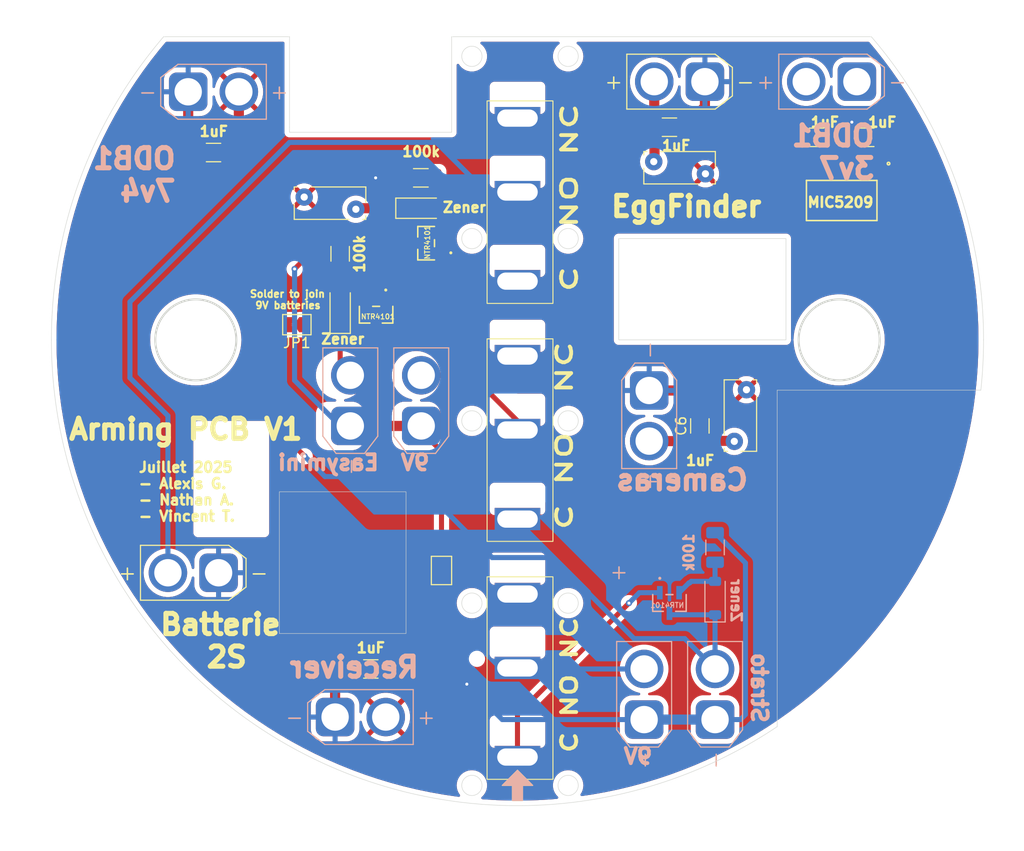
<source format=kicad_pcb>
(kicad_pcb (version 20240108) (generator "pcbnew") (generator_version "8.0")
  (layers (0 "F.Cu" signal) (31 "B.Cu" signal) (34 "B.Paste" user) (35 "F.Paste" user) (36 "B.SilkS" user "B.Silkscreen") (37 "F.SilkS" user "F.Silkscreen") (38 "B.Mask" user) (39 "F.Mask" user) (44 "Edge.Cuts" user))
  (net 0 "")
  (net 1 "Net-(J1-Pin_2)")
  (net 2 "Net-(Batt_7v1-Pin_2)")
  (net 3 "9V_GND")
  (net 4 "Net-(J5-Pin_2)")
  (net 5 "Net-(Batt_7v2-Pin_2)")
  (net 6 "Net-(Batt_7v2-Pin_1)")
  (net 7 "GND")
  (net 8 "Net-(Batt_7v4-Pin_2)")
  (net 9 "7v4")
  (net 10 "Net-(U2-OUT)")
  (net 11 "Net-(DZ1-K)")
  (net 12 "Net-(DZ1-A)")
  (net 13 "Net-(DZ2-A)")
  (net 14 "9V")
  (net 15 "Net-(DZ3-K)")
  (net 16 "Net-(DZ3-A)")
  (net 20 "Net-(Q1-D)")
  (net 22 "Net-(Q2-D)")
  (net 23 "Net-(Q3-D)")
  (footprint "Connector_AMASS:AMASS_XT30U-M_1x02_P5.0mm_Vertical" (layer "F.Cu") (at 168.5 74.5 180)
    (property "Reference" "J5" (hide yes))
    (property "Value" "Screw_Terminal_01x02" (hide yes))
    (fp_line (start 7.71 -2.71) (end 7.71 2.71) (stroke (width 0.12)) (layer "F.SilkS"))
    (fp_line (start -1.01 2.71) (end 7.71 2.71) (stroke (width 0.12)) (layer "F.SilkS"))
    (fp_line (start -1.01 -2.71) (end 7.71 -2.71) (stroke (width 0.12)) (layer "F.SilkS"))
    (fp_line (start -2.71 1.41) (end -1.01 2.71) (stroke (width 0.12)) (layer "F.SilkS"))
    (fp_line (start -2.71 -1.41) (end -1.01 -2.71) (stroke (width 0.12)) (layer "F.SilkS"))
    (fp_line (start -2.71 -1.41) (end -2.71 1.41) (stroke (width 0.12)) (layer "F.SilkS"))
    (fp_text user "+" (at 9 0 0) (layer "F.SilkS") (effects (font (size 1.5 1.5))))
    (fp_text user "-" (at -4 0 0) (layer "F.SilkS") (effects (font (size 1.5 1.5))))
    (pad "1" thru_hole roundrect (at 0 0 180) (size 3.8 3.8) (drill 2.7) (layers "*.Cu" "*.Mask") (roundrect_rratio 0.2) (net 7 "GND"))
    (pad "2" thru_hole circle (at 5 0 180) (size 3.8 3.8) (drill 2.7) (layers "*.Cu" "*.Mask") (net 4 "Net-(J5-Pin_2)"))
  )
  (footprint "Capacitor_SMD:C_1206_3216Metric" (layer "F.Cu") (at 135.525 132.5 180)
    (property "Reference" "C2" (hide yes))
    (property "Value" "1uF" (hide yes))
    (fp_line (start -0.711252 0.91) (end 0.711252 0.91) (stroke (width 0.12)) (layer "F.SilkS"))
    (fp_line (start -0.711252 -0.91) (end 0.711252 -0.91) (stroke (width 0.12)) (layer "F.SilkS"))
    (pad "1" smd roundrect (at -1.475 0 180) (size 1.15 1.8) (layers "F.Cu" "F.Paste" "F.Mask") (roundrect_rratio 0.217391) (net 9 "7v4"))
    (pad "2" smd roundrect (at 1.475 0 180) (size 1.15 1.8) (layers "F.Cu" "F.Paste" "F.Mask") (roundrect_rratio 0.217391) (net 7 "GND"))
  )
  (footprint "Capacitor_SMD:C_1206_3216Metric" (layer "F.Cu") (at 184.475 80 180)
    (property "Reference" "C4" (hide yes))
    (property "Value" "1uF" (hide yes))
    (fp_line (start -0.711252 0.91) (end 0.711252 0.91) (stroke (width 0.12)) (layer "F.SilkS"))
    (fp_line (start -0.711252 -0.91) (end 0.711252 -0.91) (stroke (width 0.12)) (layer "F.SilkS"))
    (pad "1" smd roundrect (at -1.475 0 180) (size 1.15 1.8) (layers "F.Cu" "F.Paste" "F.Mask") (roundrect_rratio 0.217391) (net 9 "7v4"))
    (pad "2" smd roundrect (at 1.475 0 180) (size 1.15 1.8) (layers "F.Cu" "F.Paste" "F.Mask") (roundrect_rratio 0.217391) (net 7 "GND"))
  )
  (footprint "Jumper:SolderJumper-2_P1.3mm_Open_TrianglePad1.0x1.5mm" (layer "F.Cu") (at 128.225 98.5 180)
    (property "Reference" "JP1" (at 0 -1.8 0) (layer "F.SilkS"))
    (property "Value" "SolderJumper_2_Open" (hide yes))
    (fp_line (start 1.4 1) (end -1.4 1) (stroke (width 0.12)) (layer "F.SilkS"))
    (fp_line (start 1.4 -1) (end 1.4 1) (stroke (width 0.12)) (layer "F.SilkS"))
    (fp_line (start -1.4 1) (end -1.4 -1) (stroke (width 0.12)) (layer "F.SilkS"))
    (fp_line (start -1.4 -1) (end 1.4 -1) (stroke (width 0.12)) (layer "F.SilkS"))
    (pad "1" smd custom (at -0.725 0 180) (size 0.3 0.3) (layers "F.Cu" "F.Mask") (net 15 "Net-(DZ3-K)") (options (clearance outline) (anchor rect)) (primitives (gr_poly (pts (xy 1 0) (xy 0.5 0.75) (xy -0.5 0.75) (xy -0.5 -0.75) (xy 0.5 -0.75)) (width 0) (fill yes))))
    (pad "2" smd custom (at 0.725 0 180) (size 0.3 0.3) (layers "F.Cu" "F.Mask") (net 14 "9V") (options (clearance outline) (anchor rect)) (primitives (gr_poly (pts (xy 0.5 0.75) (xy -0.65 0.75) (xy -0.15 0) (xy -0.65 -0.75) (xy 0.5 -0.75)) (width 0) (fill yes))))
  )
  (footprint "Library:Omrun_SS-01GL13" (layer "F.Cu") (at 150 132.4 90)
    (property "Reference" "SW5" (hide yes))
    (property "Value" "SW_DPDT_x2" (hide yes))
    (fp_rect (start -11 -3) (end 9 3.5) (stroke (width 0.1)) (fill none) (layer "F.SilkS"))
    (pad "1" thru_hole rect (at -8.8 0 90) (size 2.2 4.5) (drill oval 1.7 4) (layers "*.Cu" "*.Mask") (net 22 "Net-(Q2-D)"))
    (pad "2" thru_hole rect (at 0 0 90) (size 2.2 4.5) (drill oval 1.7 4) (layers "*.Cu" "*.Mask") (net 2 "Net-(Batt_7v1-Pin_2)"))
    (pad "3" thru_hole rect (at 7.3 0 90) (size 2.2 4.5) (drill oval 1.7 4) (layers "*.Cu" "*.Mask"))
  )
  (footprint "Diode_SMD:D_SOD-123" (layer "F.Cu") (at 132.5 97 90)
    (property "Reference" "DZ3" (hide yes))
    (property "Value" "SZMMSZ4679T1G" (hide yes))
    (fp_line (start -2.36 -1) (end 1.65 -1) (stroke (width 0.12)) (layer "F.SilkS"))
    (fp_line (start -2.36 -1) (end -2.36 1) (stroke (width 0.12)) (layer "F.SilkS"))
    (fp_line (start -2.36 1) (end 1.65 1) (stroke (width 0.12)) (layer "F.SilkS"))
    (pad "1" smd roundrect (at -1.65 0 90) (size 0.9 1.2) (layers "F.Cu" "F.Paste" "F.Mask") (net 15 "Net-(DZ3-K)"))
    (pad "2" smd roundrect (at 1.65 0 90) (size 0.9 1.2) (layers "F.Cu" "F.Paste" "F.Mask") (net 16 "Net-(DZ3-A)"))
  )
  (footprint "NTR4101PT1G:SOT-23-3_1P4X3P040_ONS" (layer "F.Cu") (at 136.0475 97.516 180)
    (property "Reference" "Q3" (hide yes))
    (property "Value" "NTR4101PT1G" (hide yes))
    (fp_line (start 1.651 0.8255) (end 1.651 -0.8255) (stroke (width 0.1524)) (layer "F.SilkS"))
    (fp_line (start 1.651 -0.8255) (end 0.61214 -0.8255) (stroke (width 0.1524)) (layer "F.SilkS"))
    (fp_line (start -0.34036 0.8255) (end 0.34036 0.8255) (stroke (width 0.1524)) (layer "F.SilkS"))
    (fp_line (start -0.61214 -0.8255) (end -1.651 -0.8255) (stroke (width 0.1524)) (layer "F.SilkS"))
    (fp_line (start -1.651 -0.8255) (end -1.651 0.8255) (stroke (width 0.1524)) (layer "F.SilkS"))
    (fp_circle (center -0.9525 2.4384) (end -0.8763 2.4384) (stroke (width 0.1524)) (fill none) (layer "F.SilkS"))
    (pad "1" smd rect (at -0.9525 1.016 180) (size 0.5588 1.3208) (layers "F.Cu" "F.Paste" "F.Mask") (net 23 "Net-(Q3-D)"))
    (pad "2" smd rect (at 0.9525 1.016 180) (size 0.5588 1.3208) (layers "F.Cu" "F.Paste" "F.Mask") (net 16 "Net-(DZ3-A)"))
    (pad "3" smd rect (at 0 -1.016 180) (size 0.5588 1.3208) (layers "F.Cu" "F.Paste" "F.Mask") (net 15 "Net-(DZ3-K)"))
  )
  (footprint "Fuse:Fuse_Bourns_MF-RHT070" (layer "F.Cu") (at 134.05 87.1 180)
    (property "Reference" "F1" (hide yes))
    (property "Value" "Fuse" (hide yes))
    (fp_line (start 6.08 1.865) (end 6.08 2.2) (stroke (width 0.12)) (layer "F.SilkS"))
    (fp_line (start 6.08 -1) (end 6.08 0.536) (stroke (width 0.12)) (layer "F.SilkS"))
    (fp_line (start 5.789 2.2) (end 6.08 2.2) (stroke (width 0.12)) (layer "F.SilkS"))
    (fp_line (start 0.689 -1) (end 6.08 -1) (stroke (width 0.12)) (layer "F.SilkS"))
    (fp_line (start -0.981 2.2) (end 4.412 2.2) (stroke (width 0.12)) (layer "F.SilkS"))
    (fp_line (start -0.981 0.665) (end -0.981 2.2) (stroke (width 0.12)) (layer "F.SilkS"))
    (fp_line (start -0.981 -1) (end -0.689 -1) (stroke (width 0.12)) (layer "F.SilkS"))
    (fp_line (start -0.981 -1) (end -0.981 -0.665) (stroke (width 0.12)) (layer "F.SilkS"))
    (pad "1" thru_hole circle (at 0 0 180) (size 1.71 1.71) (drill 0.71) (layers "*.Cu" "*.Mask") (net 11 "Net-(DZ1-K)"))
    (pad "2" thru_hole circle (at 5.1 1.2 180) (size 1.71 1.71) (drill 0.71) (layers "*.Cu" "*.Mask") (net 9 "7v4"))
  )
  (footprint "footprints:SOT-223_S_MCH" (layer "F.Cu") (at 182 86.2361 180)
    (property "Reference" "U2" (hide yes))
    (property "Value" "LDO_4v2-MIC5209-4.2YS-TR" (hide yes))
    (fp_line (start 3.4798 1.9812) (end 3.4798 -1.9812) (stroke (width 0.1524)) (layer "F.SilkS"))
    (fp_line (start 3.4798 -1.9812) (end -3.4798 -1.9812) (stroke (width 0.1524)) (layer "F.SilkS"))
    (fp_line (start -3.4798 1.9812) (end 3.4798 1.9812) (stroke (width 0.1524)) (layer "F.SilkS"))
    (fp_line (start -3.4798 -1.9812) (end -3.4798 1.9812) (stroke (width 0.1524)) (layer "F.SilkS"))
    (fp_circle (center -4.6228 3.6449) (end -4.4958 3.6449) (stroke (width 0.1524)) (fill none) (layer "F.SilkS"))
    (pad "1" smd rect (at -2.3 3.2639 180) (size 0.9144 1.4732) (layers "F.Cu" "F.Paste" "F.Mask") (net 9 "7v4"))
    (pad "2" smd rect (at 0 3.2639 180) (size 0.9144 1.4732) (layers "F.Cu" "F.Paste" "F.Mask") (net 7 "GND"))
    (pad "3" smd rect (at 2.3 3.2639 180) (size 0.9144 1.4732) (layers "F.Cu" "F.Paste" "F.Mask") (net 10 "Net-(U2-OUT)"))
    (pad "4" smd rect (at 0 -3.2639 180) (size 3.2004 1.4732) (layers "F.Cu" "F.Paste" "F.Mask"))
  )
  (footprint "Resistor_SMD:R_1206_3216Metric" (layer "F.Cu") (at 132.5 91.5 90)
    (property "Reference" "PWR_R3" (hide yes))
    (property "Value" "100k" (hide yes))
    (fp_line (start -0.727064 -0.91) (end 0.727064 -0.91) (stroke (width 0.12)) (layer "F.SilkS"))
    (fp_line (start -0.727064 0.91) (end 0.727064 0.91) (stroke (width 0.12)) (layer "F.SilkS"))
    (pad "1" smd roundrect (at -1.4625 0 90) (size 1.125 1.75) (layers "F.Cu" "F.Paste" "F.Mask") (roundrect_rratio 0.222222) (net 16 "Net-(DZ3-A)"))
    (pad "2" smd roundrect (at 1.4625 0 90) (size 1.125 1.75) (layers "F.Cu" "F.Paste" "F.Mask") (roundrect_rratio 0.222222) (net 6 "Net-(Batt_7v2-Pin_1)"))
  )
  (footprint "Connector_AMASS:AMASS_XT30U-M_1x02_P5.0mm_Vertical" (layer "F.Cu") (at 120.5 123 180)
    (property "Reference" "Batt_7v4" (hide yes))
    (property "Value" "Conn_01x02" (hide yes))
    (fp_line (start 7.71 -2.71) (end 7.71 2.71) (stroke (width 0.12)) (layer "F.SilkS"))
    (fp_line (start -1.01 2.71) (end 7.71 2.71) (stroke (width 0.12)) (layer "F.SilkS"))
    (fp_line (start -1.01 -2.71) (end 7.71 -2.71) (stroke (width 0.12)) (layer "F.SilkS"))
    (fp_line (start -2.71 1.41) (end -1.01 2.71) (stroke (width 0.12)) (layer "F.SilkS"))
    (fp_line (start -2.71 -1.41) (end -1.01 -2.71) (stroke (width 0.12)) (layer "F.SilkS"))
    (fp_line (start -2.71 -1.41) (end -2.71 1.41) (stroke (width 0.12)) (layer "F.SilkS"))
    (fp_text user "-" (at -4 0 0) (layer "F.SilkS") (effects (font (size 1.5 1.5))))
    (fp_text user "+" (at 9 0 0) (layer "F.SilkS") (effects (font (size 1.5 1.5))))
    (pad "1" thru_hole roundrect (at 0 0 180) (size 3.8 3.8) (drill 2.7) (layers "*.Cu" "*.Mask") (roundrect_rratio 0.2) (net 7 "GND"))
    (pad "2" thru_hole circle (at 5 0 180) (size 3.8 3.8) (drill 2.7) (layers "*.Cu" "*.Mask") (net 8 "Net-(Batt_7v4-Pin_2)"))
  )
  (footprint "Diode_SMD:D_SOD-123" (layer "F.Cu") (at 140.35 87)
    (property "Reference" "DZ1" (hide yes))
    (property "Value" "SZMMSZ4679T1G" (hide yes))
    (fp_line (start -2.36 -1) (end -2.36 1) (stroke (width 0.12)) (layer "F.SilkS"))
    (fp_line (start -2.36 -1) (end 1.65 -1) (stroke (width 0.12)) (layer "F.SilkS"))
    (fp_line (start -2.36 1) (end 1.65 1) (stroke (width 0.12)) (layer "F.SilkS"))
    (pad "1" smd roundrect (at -1.65 0) (size 0.9 1.2) (layers "F.Cu" "F.Paste" "F.Mask") (net 11 "Net-(DZ1-K)"))
    (pad "2" smd roundrect (at 1.65 0) (size 0.9 1.2) (layers "F.Cu" "F.Paste" "F.Mask") (net 12 "Net-(DZ1-A)"))
  )
  (footprint "Capacitor_SMD:C_1206_3216Metric" (layer "F.Cu") (at 168 108.5 90)
    (property "Reference" "C6" (at 0 -1.85 90) (layer "F.SilkS"))
    (property "Value" "1uF" (hide yes))
    (fp_line (start -0.711252 -0.91) (end 0.711252 -0.91) (stroke (width 0.12)) (layer "F.SilkS"))
    (fp_line (start -0.711252 0.91) (end 0.711252 0.91) (stroke (width 0.12)) (layer "F.SilkS"))
    (pad "1" smd roundrect (at -1.475 0 90) (size 1.15 1.8) (layers "F.Cu" "F.Paste" "F.Mask") (roundrect_rratio 0.217391) (net 1 "Net-(J1-Pin_2)"))
    (pad "2" smd roundrect (at 1.475 0 90) (size 1.15 1.8) (layers "F.Cu" "F.Paste" "F.Mask") (roundrect_rratio 0.217391) (net 7 "GND"))
  )
  (footprint "Library:Omrun_SS-01GL13" (layer "F.Cu") (at 150 108.9 90)
    (property "Reference" "SW6" (hide yes))
    (property "Value" "SW_DPDT_x2" (hide yes))
    (fp_rect (start -11 -3) (end 9 3.5) (stroke (width 0.1)) (fill none) (layer "F.SilkS"))
    (pad "1" thru_hole rect (at -8.8 0 90) (size 2.2 4.5) (drill oval 1.7 4) (layers "*.Cu" "*.Mask") (net 23 "Net-(Q3-D)"))
    (pad "2" thru_hole rect (at 0 0 90) (size 2.2 4.5) (drill oval 1.7 4) (layers "*.Cu" "*.Mask") (net 5 "Net-(Batt_7v2-Pin_2)"))
    (pad "3" thru_hole rect (at 7.3 0 90) (size 2.2 4.5) (drill oval 1.7 4) (layers "*.Cu" "*.Mask"))
  )
  (footprint "Fuse:Fuse_Bourns_MF-RHT070" (layer "F.Cu") (at 168.55 83.6 180)
    (property "Reference" "F3" (hide yes))
    (property "Value" "Fuse" (hide yes))
    (fp_line (start 6.08 1.865) (end 6.08 2.2) (stroke (width 0.12)) (layer "F.SilkS"))
    (fp_line (start 6.08 -1) (end 6.08 0.536) (stroke (width 0.12)) (layer "F.SilkS"))
    (fp_line (start 5.789 2.2) (end 6.08 2.2) (stroke (width 0.12)) (layer "F.SilkS"))
    (fp_line (start 0.689 -1) (end 6.08 -1) (stroke (width 0.12)) (layer "F.SilkS"))
    (fp_line (start -0.981 2.2) (end 4.412 2.2) (stroke (width 0.12)) (layer "F.SilkS"))
    (fp_line (start -0.981 0.665) (end -0.981 2.2) (stroke (width 0.12)) (layer "F.SilkS"))
    (fp_line (start -0.981 -1) (end -0.689 -1) (stroke (width 0.12)) (layer "F.SilkS"))
    (fp_line (start -0.981 -1) (end -0.981 -0.665) (stroke (width 0.12)) (layer "F.SilkS"))
    (pad "1" thru_hole circle (at 0 0 180) (size 1.71 1.71) (drill 0.71) (layers "*.Cu" "*.Mask") (net 9 "7v4"))
    (pad "2" thru_hole circle (at 5.1 1.2 180) (size 1.71 1.71) (drill 0.71) (layers "*.Cu" "*.Mask") (net 4 "Net-(J5-Pin_2)"))
  )
  (footprint "Capacitor_SMD:C_1206_3216Metric" (layer "F.Cu") (at 165 79)
    (property "Reference" "C1" (hide yes))
    (property "Value" "1uF" (hide yes))
    (fp_line (start -0.711252 -0.91) (end 0.711252 -0.91) (stroke (width 0.12)) (layer "F.SilkS"))
    (fp_line (start -0.711252 0.91) (end 0.711252 0.91) (stroke (width 0.12)) (layer "F.SilkS"))
    (pad "1" smd roundrect (at -1.475 0) (size 1.15 1.8) (layers "F.Cu" "F.Paste" "F.Mask") (roundrect_rratio 0.217391) (net 4 "Net-(J5-Pin_2)"))
    (pad "2" smd roundrect (at 1.475 0) (size 1.15 1.8) (layers "F.Cu" "F.Paste" "F.Mask") (roundrect_rratio 0.217391) (net 7 "GND"))
  )
  (footprint "Capacitor_SMD:C_1206_3216Metric" (layer "F.Cu") (at 120 81.5 180)
    (property "Reference" "C3" (hide yes))
    (property "Value" "1uF" (hide yes))
    (fp_line (start -0.711252 0.91) (end 0.711252 0.91) (stroke (width 0.12)) (layer "F.SilkS"))
    (fp_line (start -0.711252 -0.91) (end 0.711252 -0.91) (stroke (width 0.12)) (layer "F.SilkS"))
    (pad "1" smd roundrect (at -1.475 0 180) (size 1.15 1.8) (layers "F.Cu" "F.Paste" "F.Mask") (roundrect_rratio 0.217391) (net 9 "7v4"))
    (pad "2" smd roundrect (at 1.475 0 180) (size 1.15 1.8) (layers "F.Cu" "F.Paste" "F.Mask") (roundrect_rratio 0.217391) (net 7 "GND"))
  )
  (footprint "Fuse:Fuse_Bourns_MF-RHT070" (layer "F.Cu") (at 172.6 104.925 -90)
    (property "Reference" "F2" (hide yes))
    (property "Value" "Fuse" (hide yes))
    (fp_line (start -0.981 2.2) (end 4.412 2.2) (stroke (width 0.12)) (layer "F.SilkS"))
    (fp_line (start 5.789 2.2) (end 6.08 2.2) (stroke (width 0.12)) (layer "F.SilkS"))
    (fp_line (start 6.08 1.865) (end 6.08 2.2) (stroke (width 0.12)) (layer "F.SilkS"))
    (fp_line (start -0.981 0.665) (end -0.981 2.2) (stroke (width 0.12)) (layer "F.SilkS"))
    (fp_line (start -0.981 -1) (end -0.981 -0.665) (stroke (width 0.12)) (layer "F.SilkS"))
    (fp_line (start -0.981 -1) (end -0.689 -1) (stroke (width 0.12)) (layer "F.SilkS"))
    (fp_line (start 0.689 -1) (end 6.08 -1) (stroke (width 0.12)) (layer "F.SilkS"))
    (fp_line (start 6.08 -1) (end 6.08 0.536) (stroke (width 0.12)) (layer "F.SilkS"))
    (pad "1" thru_hole circle (at 0 0 270) (size 1.71 1.71) (drill 0.71) (layers "*.Cu" "*.Mask") (net 9 "7v4"))
    (pad "2" thru_hole circle (at 5.1 1.2 270) (size 1.71 1.71) (drill 0.71) (layers "*.Cu" "*.Mask") (net 1 "Net-(J1-Pin_2)"))
  )
  (footprint "Resistor_SMD:R_1206_3216Metric" (layer "F.Cu") (at 140.4625 84 180)
    (property "Reference" "PWR_R1" (hide yes))
    (property "Value" "100k" (hide yes))
    (fp_line (start -0.727064 0.91) (end 0.727064 0.91) (stroke (width 0.12)) (layer "F.SilkS"))
    (fp_line (start -0.727064 -0.91) (end 0.727064 -0.91) (stroke (width 0.12)) (layer "F.SilkS"))
    (pad "1" smd roundrect (at -1.4625 0 180) (size 1.125 1.75) (layers "F.Cu" "F.Paste" "F.Mask") (roundrect_rratio 0.222222) (net 12 "Net-(DZ1-A)"))
    (pad "2" smd roundrect (at 1.4625 0 180) (size 1.125 1.75) (layers "F.Cu" "F.Paste" "F.Mask") (roundrect_rratio 0.222222) (net 7 "GND"))
  )
  (footprint "Jumper:SolderJumper-2_P1.3mm_Open_TrianglePad1.0x1.5mm" (layer "F.Cu") (at 142.5 122.775 -90)
    (property "Reference" "JP2" (hide yes))
    (property "Value" "SolderJumper_2_Open" (hide yes))
    (fp_line (start -1.4 1) (end -1.4 -1) (stroke (width 0.12)) (layer "F.SilkS"))
    (fp_line (start 1.4 1) (end -1.4 1) (stroke (width 0.12)) (layer "F.SilkS"))
    (fp_line (start -1.4 -1) (end 1.4 -1) (stroke (width 0.12)) (layer "F.SilkS"))
    (fp_line (start 1.4 -1) (end 1.4 1) (stroke (width 0.12)) (layer "F.SilkS"))
    (pad "1" smd custom (at -0.725 0 270) (size 0.3 0.3) (layers "F.Cu" "F.Mask") (net 6 "Net-(Batt_7v2-Pin_1)") (options (clearance outline) (anchor rect)) (primitives (gr_poly (pts (xy 1 0) (xy 0.5 0.75) (xy -0.5 0.75) (xy -0.5 -0.75) (xy 0.5 -0.75)) (width 0) (fill yes))))
    (pad "2" smd custom (at 0.725 0 270) (size 0.3 0.3) (layers "F.Cu" "F.Mask") (net 3 "9V_GND") (options (clearance outline) (anchor rect)) (primitives (gr_poly (pts (xy 0.5 0.75) (xy -0.65 0.75) (xy -0.15 0) (xy -0.65 -0.75) (xy 0.5 -0.75)) (width 0) (fill yes))))
  )
  (footprint "Capacitor_SMD:C_1206_3216Metric" (layer "F.Cu") (at 179.525 80)
    (property "Reference" "C5" (hide yes))
    (property "Value" "1uF")
    (fp_line (start -0.711252 -0.91) (end 0.711252 -0.91) (stroke (width 0.12)) (layer "F.SilkS"))
    (fp_line (start -0.711252 0.91) (end 0.711252 0.91) (stroke (width 0.12)) (layer "F.SilkS"))
    (pad "1" smd roundrect (at -1.475 0) (size 1.15 1.8) (layers "F.Cu" "F.Paste" "F.Mask") (roundrect_rratio 0.217391) (net 10 "Net-(U2-OUT)"))
    (pad "2" smd roundrect (at 1.475 0) (size 1.15 1.8) (layers "F.Cu" "F.Paste" "F.Mask") (roundrect_rratio 0.217391) (net 7 "GND"))
  )
  (footprint "Library:Omrun_SS-01GL13" (layer "F.Cu") (at 150 85.4 90)
    (property "Reference" "SW4" (hide yes))
    (property "Value" "SW_DPDT_x2" (hide yes))
    (fp_rect (start -11 -3) (end 9 3.5) (stroke (width 0.1)) (fill none) (layer "F.SilkS"))
    (pad "1" thru_hole rect (at -8.8 0 90) (size 2.2 4.5) (drill oval 1.7 4) (layers "*.Cu" "*.Mask") (net 20 "Net-(Q1-D)"))
    (pad "2" thru_hole rect (at 0 0 90) (size 2.2 4.5) (drill oval 1.7 4) (layers "*.Cu" "*.Mask") (net 8 "Net-(Batt_7v4-Pin_2)"))
    (pad "3" thru_hole rect (at 7.3 0 90) (size 2.2 4.5) (drill oval 1.7 4) (layers "*.Cu" "*.Mask"))
  )
  (footprint "NTR4101PT1G:SOT-23-3_1P4X3P040_ONS" (layer "F.Cu") (at 140.984 90.4525 90)
    (property "Reference" "Q1" (hide yes))
    (property "Value" "NTR4101PT1G" (hide yes))
    (fp_line (start 1.651 -0.8255) (end 0.61214 -0.8255) (stroke (width 0.1524)) (layer "F.SilkS"))
    (fp_line (start -0.61214 -0.8255) (end -1.651 -0.8255) (stroke (width 0.1524)) (layer "F.SilkS"))
    (fp_line (start -1.651 -0.8255) (end -1.651 0.8255) (stroke (width 0.1524)) (layer "F.SilkS"))
    (fp_line (start 1.651 0.8255) (end 1.651 -0.8255) (stroke (width 0.1524)) (layer "F.SilkS"))
    (fp_line (start -0.34036 0.8255) (end 0.34036 0.8255) (stroke (width 0.1524)) (layer "F.SilkS"))
    (fp_circle (center -0.9525 2.4384) (end -0.8763 2.4384) (stroke (width 0.1524)) (fill none) (layer "F.SilkS"))
    (pad "1" smd rect (at -0.9525 1.016 90) (size 0.5588 1.3208) (layers "F.Cu" "F.Paste" "F.Mask") (net 20 "Net-(Q1-D)"))
    (pad "2" smd rect (at 0.9525 1.016 90) (size 0.5588 1.3208) (layers "F.Cu" "F.Paste" "F.Mask") (net 12 "Net-(DZ1-A)"))
    (pad "3" smd rect (at 0 -1.016 90) (size 0.5588 1.3208) (layers "F.Cu" "F.Paste" "F.Mask") (net 11 "Net-(DZ1-K)"))
  )
  (footprint "Resistor_SMD:R_1206_3216Metric" (layer "B.Cu") (at 169.5 120.5 90)
    (property "Reference" "PWR_R2" (hide yes))
    (property "Value" "100k" (hide yes))
    (fp_line (start 0.727064 -0.91) (end -0.727064 -0.91) (stroke (width 0.12)) (layer "B.SilkS"))
    (fp_line (start 0.727064 0.91) (end -0.727064 0.91) (stroke (width 0.12)) (layer "B.SilkS"))
    (pad "1" smd roundrect (at -1.4625 0 90) (size 1.125 1.75) (layers "B.Cu" "B.Paste" "B.Mask") (roundrect_rratio 0.222222) (net 13 "Net-(DZ2-A)"))
    (pad "2" smd roundrect (at 1.4625 0 90) (size 1.125 1.75) (layers "B.Cu" "B.Paste" "B.Mask") (roundrect_rratio 0.222222) (net 3 "9V_GND"))
  )
  (footprint "Connector_AMASS:AMASS_XT30U-M_1x02_P5.0mm_Vertical" (layer "B.Cu") (at 163 105 -90)
    (property "Reference" "J1" (hide yes))
    (property "Value" "Screw_Terminal_01x02" (hide yes))
    (fp_line (start -1.01 2.71) (end -2.71 1.41) (stroke (width 0.12)) (layer "B.SilkS"))
    (fp_line (start 7.71 2.71) (end -1.01 2.71) (stroke (width 0.12)) (layer "B.SilkS"))
    (fp_line (start -2.71 -1.41) (end -2.71 1.41) (stroke (width 0.12)) (layer "B.SilkS"))
    (fp_line (start -1.01 -2.71) (end -2.71 -1.41) (stroke (width 0.12)) (layer "B.SilkS"))
    (fp_line (start 7.71 -2.71) (end 7.71 2.71) (stroke (width 0.12)) (layer "B.SilkS"))
    (fp_line (start 7.71 -2.71) (end -1.01 -2.71) (stroke (width 0.12)) (layer "B.SilkS"))
    (fp_text user "-" (at -4 0 90) (layer "B.SilkS") (effects (font (size 1.5 1.5)) (justify mirror)))
    (fp_text user "+" (at 9 0 90) (layer "B.SilkS") (effects (font (size 1.5 1.5)) (justify mirror)))
    (pad "1" thru_hole roundrect (at 0 0 270) (size 3.8 3.8) (drill 2.7) (layers "*.Cu" "*.Mask") (roundrect_rratio 0.2) (net 7 "GND"))
    (pad "2" thru_hole circle (at 5 0 270) (size 3.8 3.8) (drill 2.7) (layers "*.Cu" "*.Mask") (net 1 "Net-(J1-Pin_2)"))
  )
  (footprint "Connector_AMASS:AMASS_XT30U-M_1x02_P5.0mm_Vertical" (layer "B.Cu") (at 140.5 108.5 90)
    (property "Reference" "Batt_7v2" (hide yes))
    (property "Value" "Batt1_9V" (hide yes))
    (fp_line (start 7.71 -2.71) (end -1.01 -2.71) (stroke (width 0.12)) (layer "B.SilkS"))
    (fp_line (start 7.71 -2.71) (end 7.71 2.71) (stroke (width 0.12)) (layer "B.SilkS"))
    (fp_line (start -1.01 -2.71) (end -2.71 -1.41) (stroke (width 0.12)) (layer "B.SilkS"))
    (fp_line (start -2.71 -1.41) (end -2.71 1.41) (stroke (width 0.12)) (layer "B.SilkS"))
    (fp_line (start 7.71 2.71) (end -1.01 2.71) (stroke (width 0.12)) (layer "B.SilkS"))
    (fp_line (start -1.01 2.71) (end -2.71 1.41) (stroke (width 0.12)) (layer "B.SilkS"))
    (pad "1" thru_hole roundrect (at 0 0 90) (size 3.8 3.8) (drill 2.7) (layers "*.Cu" "*.Mask") (roundrect_rratio 0.2) (net 6 "Net-(Batt_7v2-Pin_1)"))
    (pad "2" thru_hole circle (at 5 0 90) (size 3.8 3.8) (drill 2.7) (layers "*.Cu" "*.Mask") (net 5 "Net-(Batt_7v2-Pin_2)"))
  )
  (footprint "Connector_AMASS:AMASS_XT30U-M_1x02_P5.0mm_Vertical" (layer "B.Cu") (at 133.5 108.5 90)
    (property "Reference" "J3" (hide yes))
    (property "Value" "Screw_Terminal_01x02" (hide yes))
    (fp_line (start 7.71 -2.71) (end -1.01 -2.71) (stroke (width 0.12)) (layer "B.SilkS"))
    (fp_line (start 7.71 -2.71) (end 7.71 2.71) (stroke (width 0.12)) (layer "B.SilkS"))
    (fp_line (start -1.01 -2.71) (end -2.71 -1.41) (stroke (width 0.12)) (layer "B.SilkS"))
    (fp_line (start -2.71 -1.41) (end -2.71 1.41) (stroke (width 0.12)) (layer "B.SilkS"))
    (fp_line (start 7.71 2.71) (end -1.01 2.71) (stroke (width 0.12)) (layer "B.SilkS"))
    (fp_line (start -1.01 2.71) (end -2.71 1.41) (stroke (width 0.12)) (layer "B.SilkS"))
    (fp_text user "-" (at -4 0 90) (layer "B.SilkS") (effects (font (size 1.5 1.5)) (justify mirror)))
    (pad "1" thru_hole roundrect (at 0 0 90) (size 3.8 3.8) (drill 2.7) (layers "*.Cu" "*.Mask") (roundrect_rratio 0.2) (net 6 "Net-(Batt_7v2-Pin_1)"))
    (pad "2" thru_hole circle (at 5 0 90) (size 3.8 3.8) (drill 2.7) (layers "*.Cu" "*.Mask") (net 15 "Net-(DZ3-K)"))
  )
  (footprint "NTR4101PT1G:SOT-23-3_1P4X3P040_ONS" (layer "B.Cu") (at 165 125.984)
    (property "Reference" "Q2" (hide yes))
    (property "Value" "NTR4101PT1G" (hide yes))
    (fp_line (start -1.651 -0.8255) (end -1.651 0.8255) (stroke (width 0.1524)) (layer "B.SilkS"))
    (fp_line (start -1.651 0.8255) (end -0.61214 0.8255) (stroke (width 0.1524)) (layer "B.SilkS"))
    (fp_line (start 0.34036 -0.8255) (end -0.34036 -0.8255) (stroke (width 0.1524)) (layer "B.SilkS"))
    (fp_line (start 0.61214 0.8255) (end 1.651 0.8255) (stroke (width 0.1524)) (layer "B.SilkS"))
    (fp_line (start 1.651 0.8255) (end 1.651 -0.8255) (stroke (width 0.1524)) (layer "B.SilkS"))
    (fp_circle (center -0.9525 -2.4384) (end -0.8763 -2.4384) (stroke (width 0.1524)) (fill none) (layer "B.SilkS"))
    (pad "1" smd rect (at -0.9525 -1.016) (size 0.5588 1.3208) (layers "B.Cu" "B.Paste" "B.Mask") (net 22 "Net-(Q2-D)"))
    (pad "2" smd rect (at 0.9525 -1.016) (size 0.5588 1.3208) (layers "B.Cu" "B.Paste" "B.Mask") (net 13 "Net-(DZ2-A)"))
    (pad "3" smd rect (at 0 1.016) (size 0.5588 1.3208) (layers "B.Cu" "B.Paste" "B.Mask") (net 14 "9V"))
  )
  (footprint "Connector_AMASS:AMASS_XT30U-M_1x02_P5.0mm_Vertical" (layer "B.Cu") (at 169.5 137.5 90)
    (property "Reference" "J2" (hide yes))
    (property "Value" "Screw_Terminal_01x02" (hide yes))
    (fp_line (start 7.71 -2.71) (end -1.01 -2.71) (stroke (width 0.12)) (layer "B.SilkS"))
    (fp_line (start 7.71 -2.71) (end 7.71 2.71) (stroke (width 0.12)) (layer "B.SilkS"))
    (fp_line (start -1.01 -2.71) (end -2.71 -1.41) (stroke (width 0.12)) (layer "B.SilkS"))
    (fp_line (start -2.71 -1.41) (end -2.71 1.41) (stroke (width 0.12)) (layer "B.SilkS"))
    (fp_line (start 7.71 2.71) (end -1.01 2.71) (stroke (width 0.12)) (layer "B.SilkS"))
    (fp_line (start -1.01 2.71) (end -2.71 1.41) (stroke (width 0.12)) (layer "B.SilkS"))
    (fp_text user "-" (at -4 0 90) (layer "B.SilkS") (effects (font (size 1.5 1.5)) (justify mirror)))
    (pad "1" thru_hole roundrect (at 0 0 90) (size 3.8 3.8) (drill 2.7) (layers "*.Cu" "*.Mask") (roundrect_rratio 0.2) (net 3 "9V_GND"))
    (pad "2" thru_hole circle (at 5 0 90) (size 3.8 3.8) (drill 2.7) (layers "*.Cu" "*.Mask") (net 14 "9V"))
  )
  (footprint "Connector_AMASS:AMASS_XT30U-M_1x02_P5.0mm_Vertical" (layer "B.Cu") (at 132 137.25)
    (property "Reference" "J4" (hide yes))
    (property "Value" "Screw_Terminal_01x02" (hide yes))
    (fp_line (start -2.71 -1.41) (end -2.71 1.41) (stroke (width 0.12)) (layer "B.SilkS"))
    (fp_line (start -1.01 -2.71) (end -2.71 -1.41) (stroke (width 0.12)) (layer "B.SilkS"))
    (fp_line (start -1.01 2.71) (end -2.71 1.41) (stroke (width 0.12)) (layer "B.SilkS"))
    (fp_line (start 7.71 -2.71) (end -1.01 -2.71) (stroke (width 0.12)) (layer "B.SilkS"))
    (fp_line (start 7.71 -2.71) (end 7.71 2.71) (stroke (width 0.12)) (layer "B.SilkS"))
    (fp_line (start 7.71 2.71) (end -1.01 2.71) (stroke (width 0.12)) (layer "B.SilkS"))
    (fp_text user "-" (at -4 0 0) (layer "B.SilkS") (effects (font (size 1.5 1.5)) (justify mirror)))
    (fp_text user "+" (at 9 0 0) (layer "B.SilkS") (effects (font (size 1.5 1.5)) (justify mirror)))
    (pad "1" thru_hole roundrect (at 0 0) (size 3.8 3.8) (drill 2.7) (layers "*.Cu" "*.Mask") (roundrect_rratio 0.2) (net 7 "GND"))
    (pad "2" thru_hole circle (at 5 0) (size 3.8 3.8) (drill 2.7) (layers "*.Cu" "*.Mask") (net 9 "7v4"))
  )
  (footprint "Connector_AMASS:AMASS_XT30U-M_1x02_P5.0mm_Vertical" (layer "B.Cu") (at 183.5 74.5 180)
    (property "Reference" "J7" (hide yes))
    (property "Value" "Screw_Terminal_01x02" (hide yes))
    (fp_line (start 7.71 2.71) (end -1.01 2.71) (stroke (width 0.12)) (layer "B.SilkS"))
    (fp_line (start 7.71 -2.71) (end 7.71 2.71) (stroke (width 0.12)) (layer "B.SilkS"))
    (fp_line (start 7.71 -2.71) (end -1.01 -2.71) (stroke (width 0.12)) (layer "B.SilkS"))
    (fp_line (start -1.01 2.71) (end -2.71 1.41) (stroke (width 0.12)) (layer "B.SilkS"))
    (fp_line (start -1.01 -2.71) (end -2.71 -1.41) (stroke (width 0.12)) (layer "B.SilkS"))
    (fp_line (start -2.71 -1.41) (end -2.71 1.41) (stroke (width 0.12)) (layer "B.SilkS"))
    (fp_text user "+" (at 9 0 0) (layer "B.SilkS") (effects (font (size 1.5 1.5)) (justify mirror)))
    (fp_text user "-" (at -4 0 0) (layer "B.SilkS") (effects (font (size 1.5 1.5)) (justify mirror)))
    (pad "1" thru_hole roundrect (at 0 0 180) (size 3.8 3.8) (drill 2.7) (layers "*.Cu" "*.Mask") (roundrect_rratio 0.2))
    (pad "2" thru_hole circle (at 5 0 180) (size 3.8 3.8) (drill 2.7) (layers "*.Cu" "*.Mask"))
  )
  (footprint "Connector_AMASS:AMASS_XT30U-M_1x02_P5.0mm_Vertical" (layer "B.Cu") (at 117.5 75.5)
    (property "Reference" "J6" (hide yes))
    (property "Value" "Screw_Terminal_01x02" (hide yes))
    (fp_line (start -2.71 -1.41) (end -2.71 1.41) (stroke (width 0.12)) (layer "B.SilkS"))
    (fp_line (start -1.01 -2.71) (end -2.71 -1.41) (stroke (width 0.12)) (layer "B.SilkS"))
    (fp_line (start -1.01 2.71) (end -2.71 1.41) (stroke (width 0.12)) (layer "B.SilkS"))
    (fp_line (start 7.71 -2.71) (end -1.01 -2.71) (stroke (width 0.12)) (layer "B.SilkS"))
    (fp_line (start 7.71 -2.71) (end 7.71 2.71) (stroke (width 0.12)) (layer "B.SilkS"))
    (fp_line (start 7.71 2.71) (end -1.01 2.71) (stroke (width 0.12)) (layer "B.SilkS"))
    (fp_text user "-" (at -4 0 0) (layer "B.SilkS") (effects (font (size 1.5 1.5)) (justify mirror)))
    (fp_text user "+" (at 9 0 0) (layer "B.SilkS") (effects (font (size 1.5 1.5)) (justify mirror)))
    (pad "1" thru_hole roundrect (at 0 0) (size 3.8 3.8) (drill 2.7) (layers "*.Cu" "*.Mask") (roundrect_rratio 0.2) (net 7 "GND"))
    (pad "2" thru_hole circle (at 5 0) (size 3.8 3.8) (drill 2.7) (layers "*.Cu" "*.Mask") (net 9 "7v4"))
  )
  (footprint "Diode_SMD:D_SOD-123" (layer "B.Cu") (at 169.5 125.5 90)
    (property "Reference" "DZ2" (hide yes))
    (property "Value" "SZMMSZ4679T1G" (hide yes))
    (fp_line (start 1.65 -1) (end -2.36 -1) (stroke (width 0.12)) (layer "B.SilkS"))
    (fp_line (start -2.36 -1) (end -2.36 1) (stroke (width 0.12)) (layer "B.SilkS"))
    (fp_line (start 1.65 1) (end -2.36 1) (stroke (width 0.12)) (layer "B.SilkS"))
    (pad "1" smd roundrect (at -1.65 0 90) (size 0.9 1.2) (layers "B.Cu" "B.Paste" "B.Mask") (net 14 "9V"))
    (pad "2" smd roundrect (at 1.65 0 90) (size 0.9 1.2) (layers "B.Cu" "B.Paste" "B.Mask") (net 13 "Net-(DZ2-A)"))
  )
  (footprint "Connector_AMASS:AMASS_XT30U-M_1x02_P5.0mm_Vertical" (layer "B.Cu") (at 162.5 137.5 90)
    (property "Reference" "Batt_7v1" (hide yes))
    (property "Value" "Batt2_9V" (hide yes))
    (fp_line (start 7.71 -2.71) (end -1.01 -2.71) (stroke (width 0.12)) (layer "B.SilkS"))
    (fp_line (start 7.71 -2.71) (end 7.71 2.71) (stroke (width 0.12)) (layer "B.SilkS"))
    (fp_line (start -1.01 -2.71) (end -2.71 -1.41) (stroke (width 0.12)) (layer "B.SilkS"))
    (fp_line (start -2.71 -1.41) (end -2.71 1.41) (stroke (width 0.12)) (layer "B.SilkS"))
    (fp_line (start 7.71 2.71) (end -1.01 2.71) (stroke (width 0.12)) (layer "B.SilkS"))
    (fp_line (start -1.01 2.71) (end -2.71 1.41) (stroke (width 0.12)) (layer "B.SilkS"))
    (fp_text user "+" (at 14.5 -2.595 90) (layer "B.SilkS") (effects (font (size 1.5 1.5)) (justify mirror)))
    (fp_text user "-" (at -4 0 90) (layer "B.SilkS") (effects (font (size 1.5 1.5)) (justify mirror)))
    (pad "1" thru_hole roundrect (at 0 0 90) (size 3.8 3.8) (drill 2.7) (layers "*.Cu" "*.Mask") (roundrect_rratio 0.2) (net 3 "9V_GND"))
    (pad "2" thru_hole circle (at 5 0 90) (size 3.8 3.8) (drill 2.7) (layers "*.Cu" "*.Mask") (net 2 "Net-(Batt_7v1-Pin_2)"))
  )
  (gr_poly (pts (xy 149.5 145.5) (xy 149.5 144) (xy 148.5 144) (xy 150 142.5) (xy 151.5 144) (xy 150.5 144) (xy 150.5 145.5)) (stroke (width 0.1)) (fill solid) (layer "B.SilkS"))
  (gr_poly (pts (xy 149.5 145.5) (xy 149.5 144) (xy 148.5 144) (xy 150 142.5) (xy 151.5 144) (xy 150.5 144) (xy 150.5 145.5)) (stroke (width 0.1)) (fill solid) (layer "F.SilkS"))
  (gr_circle (center 145.5 90) (end 146.5 90) (stroke (width 0.05)) (fill none) (layer "Edge.Cuts"))
  (gr_rect (start 160 90) (end 176.5 100) (stroke (width 0.05)) (fill none) (layer "Edge.Cuts"))
  (gr_line (start 195.730645 104.970722) (end 175.632074 104.97) (stroke (width 0.05)) (layer "Edge.Cuts"))
  (gr_circle (center 155 90) (end 156 90) (stroke (width 0.05)) (fill none) (layer "Edge.Cuts"))
  (gr_circle (center 155 144) (end 156 144) (stroke (width 0.05)) (fill none) (layer "Edge.Cuts"))
  (gr_circle (center 145.5 144) (end 146.5 144) (stroke (width 0.05)) (fill none) (layer "Edge.Cuts"))
  (gr_circle (center 145.5 126) (end 146.5 126) (stroke (width 0.05)) (fill none) (layer "Edge.Cuts"))
  (gr_line (start 143.5 79.5) (end 143.5 70.063) (stroke (width 0.05)) (layer "Edge.Cuts"))
  (gr_line (start 127.5 70.063) (end 127.5 79) (stroke (width 0.05)) (layer "Edge.Cuts"))
  (gr_circle (center 155 108) (end 156 108) (stroke (width 0.05)) (fill none) (layer "Edge.Cuts"))
  (gr_circle (center 118.25 100) (end 122.25 100) (stroke (width 0.2)) (fill none) (layer "Edge.Cuts"))
  (gr_line (start 127.5 79) (end 127.5 79.5) (stroke (width 0.05)) (layer "Edge.Cuts"))
  (gr_circle (center 145.5 72) (end 146.5 72) (stroke (width 0.05)) (fill none) (layer "Edge.Cuts"))
  (gr_circle (center 155 126) (end 156 126) (stroke (width 0.05)) (fill none) (layer "Edge.Cuts"))
  (gr_circle (center 145.5 108) (end 146.5 108) (stroke (width 0.05)) (fill none) (layer "Edge.Cuts"))
  (gr_circle (center 155 72) (end 156 72) (stroke (width 0.05)) (fill none) (layer "Edge.Cuts"))
  (gr_circle (center 181.75 100) (end 185.75 100) (stroke (width 0.2)) (fill none) (layer "Edge.Cuts"))
  (gr_line (start 175.632074 138.196816) (end 175.632074 104.97) (stroke (width 0.05)) (layer "Edge.Cuts"))
  (gr_arc (start 184.925804 70.063597) (mid 193.142711 84.040473) (end 196 100) (stroke (width 0.05)) (layer "Edge.Cuts"))
  (gr_arc (start 196 100) (mid 195.932612 102.489007) (end 195.730645 104.970722) (stroke (width 0.05)) (layer "Edge.Cuts"))
  (gr_line (start 143.5 70.063) (end 184.925804 70.063597) (stroke (width 0.05)) (layer "Edge.Cuts"))
  (gr_line (start 127.5 79.5) (end 143.5 79.5) (stroke (width 0.05)) (layer "Edge.Cuts"))
  (gr_line (start 115.074196 70.063597) (end 127.5 70.063) (stroke (width 0.05)) (layer "Edge.Cuts"))
  (gr_arc (start 175.632074 138.196816) (mid 128.35601 140.589872) (end 104 100) (stroke (width 0.05)) (layer "Edge.Cuts"))
  (gr_rect (start 126.5 115) (end 139 129) (stroke (width 0.05)) (fill none) (layer "Edge.Cuts"))
  (gr_arc (start 104 100) (mid 106.857289 84.040473) (end 115.074196 70.063597) (stroke (width 0.05)) (layer "Edge.Cuts"))
  (gr_text "Zener" (at 171 128 -90) (layer "B.SilkS") (effects (font (size 1 1) (thickness 0.25) (bold yes)) (justify left bottom mirror)))
  (gr_text "ODB1\n3v7\n" (at 185.4798 84.2549 0) (layer "B.SilkS") (effects (font (size 2 2) (thickness 0.5) (bold yes)) (justify left bottom mirror)))
  (gr_text "9V" (at 163.5 142 0) (layer "B.SilkS") (effects (font (size 1.5 1.5) (thickness 0.375) (bold yes)) (justify left bottom mirror)))
  (gr_text "Easymini" (at 136.5 113 0) (layer "B.SilkS") (effects (font (size 1.5 1.5) (thickness 0.375) (bold yes)) (justify left bottom mirror)))
  (gr_text "NTR4101" (at 166.5 126.5 0) (layer "B.SilkS") (effects (font (size 0.5 0.5) (thickness 0.1)) (justify left bottom mirror)))
  (gr_text "ODB1\n7v4" (at 116.5 86.5 0) (layer "B.SilkS") (effects (font (size 2 2) (thickness 0.5) (bold yes)) (justify left bottom mirror)))
  (gr_text "Receiver" (at 140.5 133.5 0) (layer "B.SilkS") (effects (font (size 2 2) (thickness 0.5) (bold yes)) (justify left bottom mirror)))
  (gr_text "9V" (at 141.5 113 0) (layer "B.SilkS") (effects (font (size 1.5 1.5) (thickness 0.375) (bold yes)) (justify left bottom mirror)))
  (gr_text "Strato" (at 173 138 -90) (layer "B.SilkS") (effects (font (size 1.5 1.5) (thickness 0.375) (bold yes)) (justify left bottom mirror)))
  (gr_text "Cameras" (at 173 115 0) (layer "B.SilkS") (effects (font (size 2 2) (thickness 0.5) (bold yes)) (justify left bottom mirror)))
  (gr_text "100k" (at 167.5 119 90) (layer "B.SilkS") (effects (font (size 1 1) (thickness 0.25) (bold yes)) (justify left bottom mirror)))
  (gr_text "1uF" (at 166.5 112.5 0) (layer "F.SilkS") (effects (font (size 1 1) (thickness 0.25) (bold yes)) (justify left bottom)))
  (gr_text "NTR4101" (at 134.5 98 0) (layer "F.SilkS") (effects (font (size 0.5 0.5) (thickness 0.1)) (justify left bottom)))
  (gr_text "1uF" (at 164.138 81.4 0) (layer "F.SilkS") (effects (font (size 1 1) (thickness 0.25) (bold yes)) (justify left bottom)))
  (gr_text "1uF" (at 118.5 80 0) (layer "F.SilkS") (effects (font (size 1 1) (thickness 0.25) (bold yes)) (justify left bottom)))
  (gr_text "Juillet 2025\n- Alexis G.\n- Nathan A.\n- Vincent T.\n" (at 112.5 118 0) (layer "F.SilkS") (effects (font (size 1 1) (thickness 0.25) (bold yes)) (justify left bottom)))
  (gr_text "C NO  NC" (at 155.5 119 90) (layer "F.SilkS") (effects (font (size 1.5 2.5) (thickness 0.375) (bold yes)) (justify left bottom)))
  (gr_text "1uF" (at 134 131 0) (layer "F.SilkS") (effects (font (size 1 1) (thickness 0.25) (bold yes)) (justify left bottom)))
  (gr_text "MIC5209" (at 178.5 87 0) (layer "F.SilkS") (effects (font (size 1 1) (thickness 0.25) (bold yes)) (justify left bottom)))
  (gr_text "Batterie \n   2S" (at 114.5 132.5 0) (layer "F.SilkS") (effects (font (size 2 2) (thickness 0.5) (bold yes)) (justify left bottom)))
  (gr_text "Zener" (at 130.5 100.5 0) (layer "F.SilkS") (effects (font (size 1 1) (thickness 0.25) (bold yes)) (justify left bottom)))
  (gr_text "100k" (at 138.5 82 0) (layer "F.SilkS") (effects (font (size 1 1) (thickness 0.25) (bold yes)) (justify left bottom)))
  (gr_text "Solder to join \n 9V batteries" (at 123.5 97 0) (layer "F.SilkS") (effects (font (size 0.7 0.7) (thickness 0.175) (bold yes)) (justify left bottom)))
  (gr_text "Arming PCB V1" (at 105.5 110 0) (layer "F.SilkS") (effects (font (size 2 2) (thickness 0.5) (bold yes)) (justify left bottom)))
  (gr_text "Zener" (at 142.5 87.5 0) (layer "F.SilkS") (effects (font (size 1 1) (thickness 0.25) (bold yes)) (justify left bottom)))
  (gr_text "C NO NC" (at 156 141 90) (layer "F.SilkS") (effects (font (size 1.5 2) (thickness 0.375) (bold yes)) (justify left bottom)))
  (gr_text "1uF" (at 184.475 79.09 0) (layer "F.SilkS") (effects (font (size 1 1) (thickness 0.25) (bold yes)) (justify left bottom)))
  (gr_text "1uF" (at 178.813748 79.09 0) (layer "F.SilkS") (effects (font (size 1 1) (thickness 0.25) (bold yes)) (justify left bottom)))
  (gr_text "EggFinder" (at 159 88 0) (layer "F.SilkS") (effects (font (size 2 2) (thickness 0.5) (bold yes)) (justify left bottom)))
  (gr_text "NTR4101" (at 141.4 92.1035 90) (layer "F.SilkS") (effects (font (size 0.5 0.5) (thickness 0.1)) (justify left bottom)))
  (gr_text "C  NO NC" (at 156 95.5 90) (layer "F.SilkS") (effects (font (size 1.5 2.5) (thickness 0.375) (bold yes)) (justify left bottom)))
  (gr_text "100k" (at 135 93.5 90) (layer "F.SilkS") (effects (font (size 1 1) (thickness 0.25) (bold yes)) (justify left bottom)))
  (segment (start 163 110) (end 167.975 110) (width 1) (layer "F.Cu") (net 1))
  (segment (start 167.975 110) (end 168 109.975) (width 1) (layer "F.Cu") (net 1))
  (segment (start 171.35 109.975) (end 171.4 110.025) (width 1) (layer "F.Cu") (net 1))
  (segment (start 168 109.975) (end 171.35 109.975) (width 1) (layer "F.Cu") (net 1))
  (segment (start 162.5 132.5) (end 150.98995 132.5) (width 0.5) (layer "B.Cu") (net 2))
  (segment (start 150.78995 132.3) (end 150 132.3) (width 0.5) (layer "B.Cu") (net 2))
  (segment (start 150.98995 132.5) (end 150.78995 132.3) (width 0.5) (layer "B.Cu") (net 2))
  (segment (start 145 134) (end 142.5 131.5) (width 0.5) (layer "F.Cu") (net 3))
  (segment (start 142.5 131.5) (end 142.5 123.504903) (width 0.5) (layer "F.Cu") (net 3))
  (via (at 145 134) (size 0.6) (drill 0.3) (layers "F.Cu" "B.Cu") (net 3))
  (segment (start 172 137.5) (end 169.5 137.5) (width 0.5) (layer "B.Cu") (net 3))
  (segment (start 145 134) (end 148.5 137.5) (width 0.5) (layer "B.Cu") (net 3))
  (segment (start 172.5 122.0375) (end 172.5 137) (width 0.5) (layer "B.Cu") (net 3))
  (segment (start 162.5 137.5) (end 169.5 137.5) (width 1) (layer "B.Cu") (net 3))
  (segment (start 172.5 137) (end 172 137.5) (width 0.5) (layer "B.Cu") (net 3))
  (segment (start 169.5 119.0375) (end 172.5 122.0375) (width 0.5) (layer "B.Cu") (net 3))
  (segment (start 148.5 137.5) (end 162.5 137.5) (width 0.5) (layer "B.Cu") (net 3))
  (segment (start 163.5 74.5) (end 163.5 78.975) (width 1) (layer "F.Cu") (net 4))
  (segment (start 163.525 82.325) (end 163.45 82.4) (width 1) (layer "F.Cu") (net 4))
  (segment (start 163.5 78.975) (end 163.525 79) (width 1) (layer "F.Cu") (net 4))
  (segment (start 163.525 79) (end 163.525 82.325) (width 1) (layer "F.Cu") (net 4))
  (segment (start 150 108) (end 150 108.9) (width 0.5) (layer "F.Cu") (net 5))
  (segment (start 145.5 103.5) (end 150 108) (width 0.5) (layer "F.Cu") (net 5))
  (segment (start 140 103.5) (end 145.5 103.5) (width 0.5) (layer "F.Cu") (net 5))
  (segment (start 142.5 111) (end 142.5 122.05) (width 0.5) (layer "F.Cu") (net 6))
  (segment (start 140 108.5) (end 142.5 111) (width 0.5) (layer "F.Cu") (net 6))
  (segment (start 132.5 108.5) (end 140 108.5) (width 1) (layer "F.Cu") (net 6))
  (segment (start 130.9625 90.0375) (end 128 93) (width 0.5) (layer "F.Cu") (net 6))
  (segment (start 132.5 90.0375) (end 130.9625 90.0375) (width 0.5) (layer "F.Cu") (net 6))
  (via (at 128 93) (size 0.6) (drill 0.3) (layers "F.Cu" "B.Cu") (net 6))
  (segment (start 128 93) (end 128 104) (width 0.5) (layer "B.Cu") (net 6))
  (segment (start 128 104) (end 132.5 108.5) (width 0.5) (layer "B.Cu") (net 6))
  (segment (start 182 81) (end 183 80) (width 1) (layer "F.Cu") (net 7))
  (segment (start 182 81) (end 181 80) (width 1) (layer "F.Cu") (net 7))
  (segment (start 183 80) (end 183 78.5) (width 1) (layer "F.Cu") (net 7))
  (segment (start 132 134.55) (end 134.05 132.5) (width 1) (layer "F.Cu") (net 7))
  (segment (start 168.5 74.5) (end 168.5 76.975) (width 1) (layer "F.Cu") (net 7))
  (segment (start 163 105) (end 165.975 105) (width 1) (layer "F.Cu") (net 7))
  (segment (start 117.5 76.5) (end 117.5 80.475) (width 1) (layer "F.Cu") (net 7))
  (segment (start 132 137.25) (end 132 134.55) (width 1) (layer "F.Cu") (net 7))
  (segment (start 165.975 105) (end 168 107.025) (width 1) (layer "F.Cu") (net 7))
  (segment (start 182 82.9722) (end 182 81) (width 1) (layer "F.Cu") (net 7))
  (segment (start 168.5 76.975) (end 166.475 79) (width 1) (layer "F.Cu") (net 7))
  (segment (start 139 84) (end 136 84) (width 1) (layer "F.Cu") (net 7))
  (segment (start 117.5 80.475) (end 118.525 81.5) (width 1) (layer "F.Cu") (net 7))
  (via (at 183 78.5) (size 1) (drill 0.3) (layers "F.Cu" "B.Cu") (net 7))
  (via (at 136 84) (size 1) (drill 0.3) (layers "F.Cu" "B.Cu") (net 7))
  (segment (start 149.9 85.5) (end 150 85.4) (width 0.5) (layer "B.Cu") (net 8))
  (segment (start 147 85.5) (end 149.9 85.5) (width 0.5) (layer "B.Cu") (net 8))
  (segment (start 127.5 80.5) (end 142 80.5) (width 0.5) (layer "B.Cu") (net 8))
  (segment (start 115.5 107.499999) (end 111.75 103.75) (width 0.5) (layer "B.Cu") (net 8))
  (segment (start 115.5 123) (end 115.5 107.499999) (width 0.5) (layer "B.Cu") (net 8))
  (segment (start 111.75 96.25) (end 127.5 80.5) (width 0.5) (layer "B.Cu") (net 8))
  (segment (start 111.75 103.75) (end 111.75 96.25) (width 0.5) (layer "B.Cu") (net 8))
  (segment (start 142 80.5) (end 147 85.5) (width 0.5) (layer "B.Cu") (net 8))
  (segment (start 185.95 80) (end 185.95 81.3222) (width 1) (layer "F.Cu") (net 9))
  (segment (start 122.5 80.475) (end 121.475 81.5) (width 1) (layer "F.Cu") (net 9))
  (segment (start 122.5 76.5) (end 122.5 80.475) (width 1) (layer "F.Cu") (net 9))
  (segment (start 185.95 81.3222) (end 184.3 82.9722) (width 1) (layer "F.Cu") (net 9))
  (segment (start 178.05 81.3222) (end 179.7 82.9722) (width 1) (layer "F.Cu") (net 10))
  (segment (start 178.05 80) (end 178.05 81.3222) (width 1) (layer "F.Cu") (net 10))
  (segment (start 138.7 89.1845) (end 139.968 90.4525) (width 1) (layer "F.Cu") (net 11))
  (segment (start 138.7 87) (end 138.7 89.1845) (width 1) (layer "F.Cu") (net 11))
  (segment (start 138.7 87) (end 134.15 87) (width 1) (layer "F.Cu") (net 11))
  (segment (start 134.15 87) (end 134.05 87.1) (width 1) (layer "F.Cu") (net 11))
  (segment (start 142 89.5) (end 142 87) (width 1) (layer "F.Cu") (net 12))
  (segment (start 142 87) (end 142 84.075) (width 1) (layer "F.Cu") (net 12))
  (segment (start 142 84.075) (end 141.925 84) (width 1) (layer "F.Cu") (net 12))
  (segment (start 167 124) (end 167.15 123.85) (width 0.5) (layer "B.Cu") (net 13))
  (segment (start 167.15 123.85) (end 169.5 123.85) (width 0.5) (layer "B.Cu") (net 13))
  (segment (start 166.9205 124) (end 167 124) (width 0.5) (layer "B.Cu") (net 13))
  (segment (start 169.5 123.85) (end 169.5 121.9625) (width 0.5) (layer "B.Cu") (net 13))
  (segment (start 165.9525 124.968) (end 166.9205 124) (width 0.5) (layer "B.Cu") (net 13))
  (segment (start 126.5 109) (end 126.5 99.495097) (width 0.5) (layer "F.Cu") (net 14))
  (segment (start 129 111.5) (end 126.5 109) (width 0.5) (layer "F.Cu") (net 14))
  (segment (start 126.5 99.495097) (end 127.495097 98.5) (width 0.5) (layer "F.Cu") (net 14))
  (via (at 129 111.5) (size 0.6) (drill 0.3) (layers "F.Cu" "B.Cu") (net 14))
  (segment (start 165.15 127.15) (end 165 127) (width 0.5) (layer "B.Cu") (net 14))
  (segment (start 166.5 129.5) (end 169.5 132.5) (width 0.5) (layer "B.Cu") (net 14))
  (segment (start 129 111.5) (end 131 113.5) (width 0.5) (layer "B.Cu") (net 14))
  (segment (start 161.5 129.5) (end 166.5 129.5) (width 0.5) (layer "B.Cu") (net 14))
  (segment (start 153.5 121.5) (end 161.5 129.5) (width 0.5) (layer "B.Cu") (net 14))
  (segment (start 169.5 127.15) (end 165.15 127.15) (width 0.5) (layer "B.Cu") (net 14))
  (segment (start 147.5 121.5) (end 153.5 121.5) (width 0.5) (layer "B.Cu") (net 14))
  (segment (start 131 113.5) (end 139.5 113.5) (width 0.5) (layer "B.Cu") (net 14))
  (segment (start 139.5 113.5) (end 147.5 121.5) (width 0.5) (layer "B.Cu") (net 14))
  (segment (start 169.5 127.15) (end 169.5 132.5) (width 0.5) (layer "B.Cu") (net 14))
  (segment (start 135.9295 98.65) (end 136.0475 98.532) (width 1) (layer "F.Cu") (net 15))
  (segment (start 132.5 98.65) (end 135.9295 98.65) (width 0.5) (layer "F.Cu") (net 15))
  (segment (start 133.5 103.5) (end 132.5 102.5) (width 0.5) (layer "F.Cu") (net 15))
  (segment (start 132.35 98.5) (end 132.5 98.65) (width 0.5) (layer "F.Cu") (net 15))
  (segment (start 128.95 98.5) (end 132.35 98.5) (width 0.5) (layer "F.Cu") (net 15))
  (segment (start 132.5 102.5) (end 132.5 98.65) (width 0.5) (layer "F.Cu") (net 15))
  (segment (start 132.5 95.35) (end 132.5 92.9625) (width 0.5) (layer "F.Cu") (net 16))
  (segment (start 133.945 95.35) (end 135.095 96.5) (width 0.5) (layer "F.Cu") (net 16))
  (segment (start 132.5 95.35) (end 133.945 95.35) (width 0.5) (layer "F.Cu") (net 16))
  (segment (start 145 94.5) (end 142.354212 91.854212) (width 1) (layer "F.Cu") (net 20))
  (segment (start 150 94.2) (end 149.7 94.5) (width 1) (layer "F.Cu") (net 20))
  (segment (start 149.7 94.5) (end 145 94.5) (width 1) (layer "F.Cu") (net 20))
  (segment (start 142.354212 91.854212) (end 142.354212 91.759212) (width 1) (layer "F.Cu") (net 20))
  (segment (start 142.354212 91.759212) (end 142 91.405) (width 1) (layer "F.Cu") (net 20))
  (segment (start 161 126) (end 150 137) (width 0.5) (layer "F.Cu") (net 22))
  (segment (start 150 137) (end 150 141.2) (width 0.5) (layer "F.Cu") (net 22))
  (via (at 161 126) (size 0.6) (drill 0.3) (layers "F.Cu" "B.Cu") (net 22))
  (segment (start 164.0475 124.968) (end 162.032 124.968) (width 0.5) (layer "B.Cu") (net 22))
  (segment (start 162.032 124.968) (end 161 126) (width 0.5) (layer "B.Cu") (net 22))
  (segment (start 158 101.5) (end 158 113) (width 0.5) (layer "F.Cu") (net 23))
  (segment (start 153.5 117.5) (end 150.2 117.5) (width 0.5) (layer "F.Cu") (net 23))
  (segment (start 150.2 117.5) (end 150 117.7) (width 0.5) (layer "F.Cu") (net 23))
  (segment (start 158 113) (end 153.5 117.5) (width 0.5) (layer "F.Cu") (net 23))
  (segment (start 137 96.5) (end 153 96.5) (width 0.5) (layer "F.Cu") (net 23))
  (segment (start 153 96.5) (end 158 101.5) (width 0.5) (layer "F.Cu") (net 23))
  (zone (net 9) (net_name "7v4") (layer "F.Cu") (priority 1) (connect_pads (clearance 0.5)) (min_thickness 0.25) (fill yes (thermal_gap 0.5) (thermal_bridge_width 0.5))
    (polygon (pts (xy 100.925804 67.436403) (xy 197.925804 66.436403) (xy 198.425804 147.436403) (xy 98.925804 146.436403) (xy 100.925804 69.436403)))
  )
  (zone (net 7) (net_name "GND") (layer "B.Cu") (connect_pads (clearance 0.5)) (min_thickness 0.25) (fill yes (thermal_gap 0.5) (thermal_bridge_width 0.5))
    (polygon (pts (xy 100 69) (xy 199.5 69.5) (xy 200 150.5) (xy 100.5 149.5) (xy 99.5 73.5)))
  )
)
</source>
